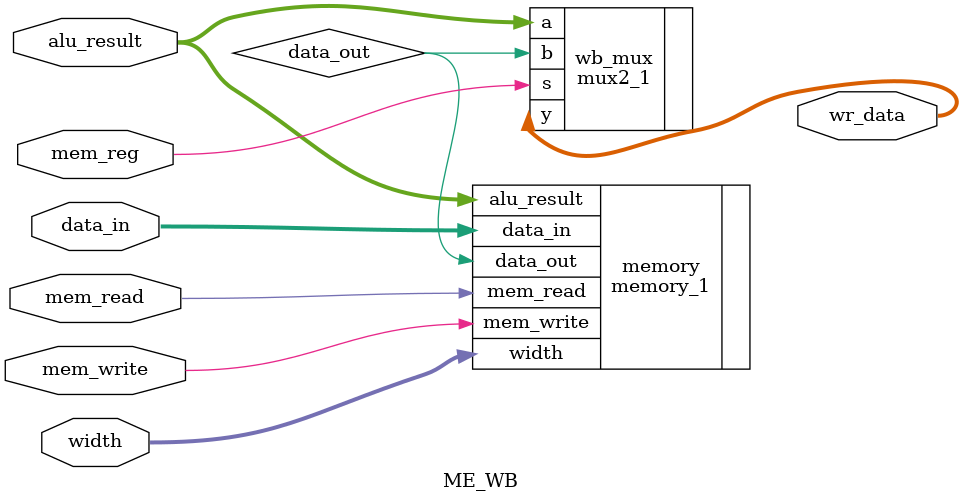
<source format=sv>
module ME_WB #(parameter N=32)(
	input logic [N-1:0] alu_result,
	input logic [N-1:0] data_in,
	input logic mem_read,
	input logic mem_write,
	input logic mem_reg,
	input logic [2:0] width,
	output logic [N-1:0] wr_data
	);
	
	memory_1 memory (.alu_result(alu_result),.data_in(data_in),.mem_read(mem_read),.mem_write(mem_write),.width(width),.data_out(data_out));
	mux2_1 wb_mux (.a(alu_result),.b(data_out),.s(mem_reg),.y(wr_data));
	
endmodule

</source>
